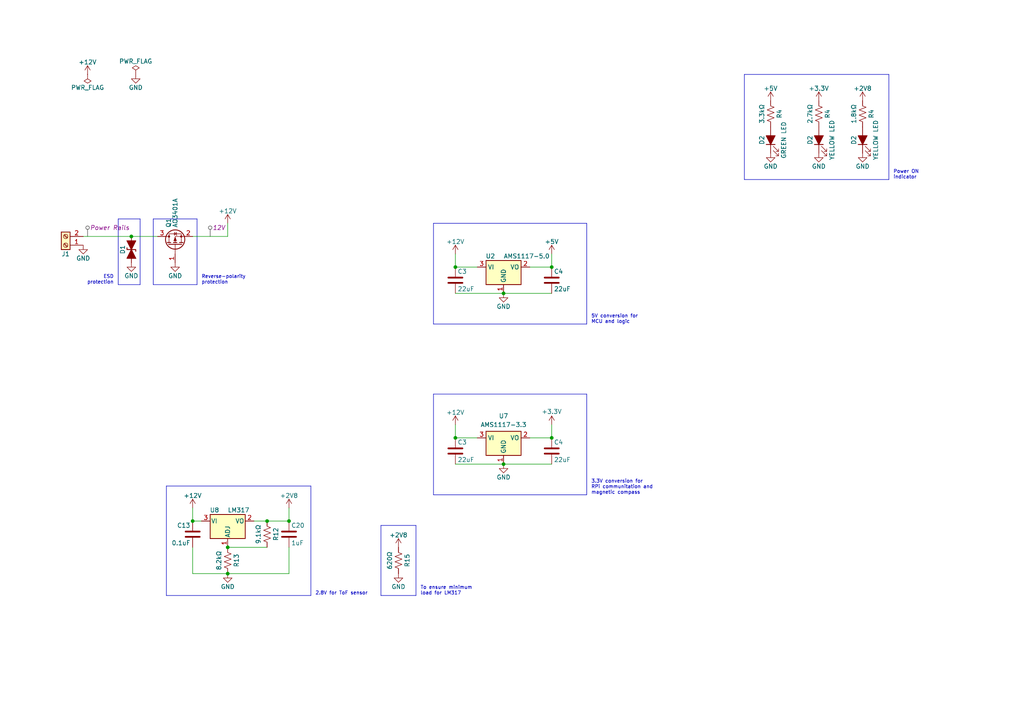
<source format=kicad_sch>
(kicad_sch (version 20230121) (generator eeschema)
  (paper "A4")
  (title_block (title "FooBot-Tests") (date "2023-03-17") (rev "1.0.0") (company "nschoe's labs"))
  (lib_symbols
    (symbol "Connector:Screw_Terminal_01x02" (pin_names (offset 1.016) hide)
      (property "Reference" "J" (at 0 2.54 0))
      (property "Value" "Screw_Terminal_01x02" (at 0 -5.08 0))
      (symbol "Screw_Terminal_01x02_1_1"
        (rectangle (start -1.27 1.27) (end 1.27 -3.81) (stroke (width 0.254)) (fill (type background)))
        (circle (center 0 -2.54) (radius 0.635) (stroke (width 0.1524)))
        (polyline (pts (xy -0.5334 -2.2098) (xy 0.3302 -3.048)) (stroke (width 0.1524)))
        (polyline (pts (xy -0.5334 0.3302) (xy 0.3302 -0.508)) (stroke (width 0.1524)))
        (polyline (pts (xy -0.3556 -2.032) (xy 0.508 -2.8702)) (stroke (width 0.1524)))
        (polyline (pts (xy -0.3556 0.508) (xy 0.508 -0.3302)) (stroke (width 0.1524)))
        (circle (center 0 0) (radius 0.635) (stroke (width 0.1524)))
        (pin passive line (at -5.08 0 0) (length 3.81) (name "Pin_1") (number "1"))
        (pin passive line (at -5.08 -2.54 0) (length 3.81) (name "Pin_2") (number "2"))
      )
    )
    (symbol "Device:C" (pin_numbers hide) (pin_names (offset 0.254))
      (property "Reference" "C" (at 0.635 2.54 0))
      (property "Value" "C" (at 0.635 -2.54 0))
      (symbol "C_0_1"
        (polyline (pts (xy -2.032 -0.762) (xy 2.032 -0.762)) (stroke (width 0.508)))
        (polyline (pts (xy -2.032 0.762) (xy 2.032 0.762)) (stroke (width 0.508)))
      )
      (symbol "C_1_1"
        (pin passive line (at 0 3.81 270) (length 2.794) (name "~") (number "1"))
        (pin passive line (at 0 -3.81 90) (length 2.794) (name "~") (number "2"))
      )
    )
    (symbol "Device:D_TVS_Filled" (pin_numbers hide) (pin_names (offset 1.016) hide)
      (property "Reference" "D" (at 0 2.54 0))
      (property "Value" "D_TVS_Filled" (at 0 -2.54 0))
      (symbol "D_TVS_Filled_0_1"
        (polyline (pts (xy 1.27 0) (xy -1.27 0)))
        (polyline (pts (xy -2.54 -1.27) (xy 0 0) (xy -2.54 1.27) (xy -2.54 -1.27)) (stroke (width 0.254)) (fill (type outline)))
        (polyline (pts (xy 0.508 1.27) (xy 0 1.27) (xy 0 -1.27) (xy -0.508 -1.27)) (stroke (width 0.254)))
        (polyline (pts (xy 2.54 1.27) (xy 2.54 -1.27) (xy 0 0) (xy 2.54 1.27)) (stroke (width 0.254)) (fill (type outline)))
      )
      (symbol "D_TVS_Filled_1_1"
        (pin passive line (at -3.81 0 0) (length 2.54) (name "A1") (number "1"))
        (pin passive line (at 3.81 0 180) (length 2.54) (name "A2") (number "2"))
      )
    )
    (symbol "Device:LED_Filled" (pin_numbers hide) (pin_names (offset 1.016) hide)
      (property "Reference" "D" (at 0 2.54 0))
      (property "Value" "LED_Filled" (at 0 -2.54 0))
      (symbol "LED_Filled_0_1"
        (polyline (pts (xy -1.27 -1.27) (xy -1.27 1.27)) (stroke (width 0.254)))
        (polyline (pts (xy -1.27 0) (xy 1.27 0)))
        (polyline (pts (xy 1.27 -1.27) (xy 1.27 1.27) (xy -1.27 0) (xy 1.27 -1.27)) (stroke (width 0.254)) (fill (type outline)))
        (polyline (pts (xy -3.048 -0.762) (xy -4.572 -2.286) (xy -3.81 -2.286) (xy -4.572 -2.286) (xy -4.572 -1.524)))
        (polyline (pts (xy -1.778 -0.762) (xy -3.302 -2.286) (xy -2.54 -2.286) (xy -3.302 -2.286) (xy -3.302 -1.524)))
      )
      (symbol "LED_Filled_1_1"
        (pin passive line (at -3.81 0 0) (length 2.54) (name "K") (number "1"))
        (pin passive line (at 3.81 0 180) (length 2.54) (name "A") (number "2"))
      )
    )
    (symbol "Device:R_US" (pin_numbers hide) (pin_names (offset 0))
      (property "Reference" "R" (at 2.54 0 90))
      (property "Value" "R_US" (at -2.54 0 90))
      (symbol "R_US_0_1"
        (polyline (pts (xy 0 -2.286) (xy 0 -2.54)))
        (polyline (pts (xy 0 2.286) (xy 0 2.54)))
        (polyline (pts (xy 0 -0.762) (xy 1.016 -1.143) (xy 0 -1.524) (xy -1.016 -1.905) (xy 0 -2.286)))
        (polyline (pts (xy 0 0.762) (xy 1.016 0.381) (xy 0 0) (xy -1.016 -0.381) (xy 0 -0.762)))
        (polyline (pts (xy 0 2.286) (xy 1.016 1.905) (xy 0 1.524) (xy -1.016 1.143) (xy 0 0.762)))
      )
      (symbol "R_US_1_1"
        (pin passive line (at 0 3.81 270) (length 1.27) (name "~") (number "1"))
        (pin passive line (at 0 -3.81 90) (length 1.27) (name "~") (number "2"))
      )
    )
    (symbol "Regulator_Linear:AMS1117-3.3"
      (property "Reference" "U" (at -3.81 3.175 0))
      (property "Value" "AMS1117-3.3" (at 0 3.175 0))
      (symbol "AMS1117-3.3_0_1"
        (rectangle (start -5.08 -5.08) (end 5.08 1.905) (stroke (width 0.254)) (fill (type background)))
      )
      (symbol "AMS1117-3.3_1_1"
        (pin power_in line (at 0 -7.62 90) (length 2.54) (name "GND") (number "1"))
        (pin power_out line (at 7.62 0 180) (length 2.54) (name "VO") (number "2"))
        (pin power_in line (at -7.62 0 0) (length 2.54) (name "VI") (number "3"))
      )
    )
    (symbol "Regulator_Linear:AMS1117-5.0"
      (property "Reference" "U" (at -3.81 3.175 0))
      (property "Value" "AMS1117-5.0" (at 0 3.175 0))
      (symbol "AMS1117-5.0_0_1"
        (rectangle (start -5.08 -5.08) (end 5.08 1.905) (stroke (width 0.254)) (fill (type background)))
      )
      (symbol "AMS1117-5.0_1_1"
        (pin power_in line (at 0 -7.62 90) (length 2.54) (name "GND") (number "1"))
        (pin power_out line (at 7.62 0 180) (length 2.54) (name "VO") (number "2"))
        (pin power_in line (at -7.62 0 0) (length 2.54) (name "VI") (number "3"))
      )
    )
    (symbol "Regulator_Linear:LM317_TO-252" (pin_names (offset 0.254))
      (property "Reference" "U" (at -3.81 3.175 0))
      (property "Value" "LM317_TO-252" (at 0 3.175 0))
      (symbol "LM317_TO-252_0_1"
        (rectangle (start -5.08 1.905) (end 5.08 -5.08) (stroke (width 0.254)) (fill (type background)))
      )
      (symbol "LM317_TO-252_1_1"
        (pin input line (at 0 -7.62 90) (length 2.54) (name "ADJ") (number "1"))
        (pin power_out line (at 7.62 0 180) (length 2.54) (name "VO") (number "2"))
        (pin power_in line (at -7.62 0 0) (length 2.54) (name "VI") (number "3"))
      )
    )
    (symbol "Transistor_FET:AO3401A" (pin_names hide)
      (property "Reference" "Q" (at 5.08 1.905 0))
      (property "Value" "AO3401A" (at 5.08 0 0))
      (symbol "AO3401A_0_1"
        (polyline (pts (xy 0.254 0) (xy -2.54 0)))
        (polyline (pts (xy 0.254 1.905) (xy 0.254 -1.905)) (stroke (width 0.254)))
        (polyline (pts (xy 0.762 -1.27) (xy 0.762 -2.286)) (stroke (width 0.254)))
        (polyline (pts (xy 0.762 0.508) (xy 0.762 -0.508)) (stroke (width 0.254)))
        (polyline (pts (xy 0.762 2.286) (xy 0.762 1.27)) (stroke (width 0.254)))
        (polyline (pts (xy 2.54 2.54) (xy 2.54 1.778)))
        (polyline (pts (xy 2.54 -2.54) (xy 2.54 0) (xy 0.762 0)))
        (polyline (pts (xy 0.762 1.778) (xy 3.302 1.778) (xy 3.302 -1.778) (xy 0.762 -1.778)))
        (polyline (pts (xy 2.286 0) (xy 1.27 0.381) (xy 1.27 -0.381) (xy 2.286 0)) (fill (type outline)))
        (polyline (pts (xy 2.794 -0.508) (xy 2.921 -0.381) (xy 3.683 -0.381) (xy 3.81 -0.254)))
        (polyline (pts (xy 3.302 -0.381) (xy 2.921 0.254) (xy 3.683 0.254) (xy 3.302 -0.381)))
        (circle (center 1.651 0) (radius 2.794) (stroke (width 0.254)))
        (circle (center 2.54 -1.778) (radius 0.254) (fill (type outline)))
        (circle (center 2.54 1.778) (radius 0.254) (fill (type outline)))
      )
      (symbol "AO3401A_1_1"
        (pin input line (at -5.08 0 0) (length 2.54) (name "G") (number "1"))
        (pin passive line (at 2.54 -5.08 90) (length 2.54) (name "S") (number "2"))
        (pin passive line (at 2.54 5.08 270) (length 2.54) (name "D") (number "3"))
      )
    )
    (symbol "power:+12V" (power) (pin_names (offset 0))
      (property "Value" "+12V" (at 0 3.556 0))
      (symbol "+12V_0_1"
        (polyline (pts (xy -0.762 1.27) (xy 0 2.54)))
        (polyline (pts (xy 0 0) (xy 0 2.54)))
        (polyline (pts (xy 0 2.54) (xy 0.762 1.27)))
      )
      (symbol "+12V_1_1"
        (pin power_in line (at 0 0 90) (length 0) hide (name "+12V") (number "1"))
      )
    )
    (symbol "power:+2V8" (power) (pin_names (offset 0))
      (property "Value" "+2V8" (at 0 3.556 0))
      (symbol "+2V8_0_1"
        (polyline (pts (xy -0.762 1.27) (xy 0 2.54)))
        (polyline (pts (xy 0 0) (xy 0 2.54)))
        (polyline (pts (xy 0 2.54) (xy 0.762 1.27)))
      )
      (symbol "+2V8_1_1"
        (pin power_in line (at 0 0 90) (length 0) hide (name "+2V8") (number "1"))
      )
    )
    (symbol "power:+3.3V" (power) (pin_names (offset 0))
      (property "Value" "+3.3V" (at 0 3.556 0))
      (symbol "+3.3V_0_1"
        (polyline (pts (xy -0.762 1.27) (xy 0 2.54)))
        (polyline (pts (xy 0 0) (xy 0 2.54)))
        (polyline (pts (xy 0 2.54) (xy 0.762 1.27)))
      )
      (symbol "+3.3V_1_1"
        (pin power_in line (at 0 0 90) (length 0) hide (name "+3.3V") (number "1"))
      )
    )
    (symbol "power:+5V" (power) (pin_names (offset 0))
      (property "Value" "+5V" (at 0 3.556 0))
      (symbol "+5V_0_1"
        (polyline (pts (xy -0.762 1.27) (xy 0 2.54)))
        (polyline (pts (xy 0 0) (xy 0 2.54)))
        (polyline (pts (xy 0 2.54) (xy 0.762 1.27)))
      )
      (symbol "+5V_1_1"
        (pin power_in line (at 0 0 90) (length 0) hide (name "+5V") (number "1"))
      )
    )
    (symbol "power:GND" (power) (pin_names (offset 0))
      (property "Value" "GND" (at 0 -3.81 0))
      (symbol "GND_0_1"
        (polyline (pts (xy 0 0) (xy 0 -1.27) (xy 1.27 -1.27) (xy 0 -2.54) (xy -1.27 -1.27) (xy 0 -1.27)))
      )
      (symbol "GND_1_1"
        (pin power_in line (at 0 0 270) (length 0) hide (name "GND") (number "1"))
      )
    )
    (symbol "power:PWR_FLAG" (power) (pin_numbers hide) (pin_names (offset 0) hide)
      (property "Value" "PWR_FLAG" (at 0 3.81 0))
      (symbol "PWR_FLAG_0_0"
        (pin power_out line (at 0 0 90) (length 0) (name "pwr") (number "1"))
      )
      (symbol "PWR_FLAG_0_1"
        (polyline (pts (xy 0 0) (xy 0 1.27) (xy -1.016 1.905) (xy 0 2.54) (xy 1.016 1.905) (xy 0 1.27)))
      )
    )
  )
  (junction (at 66.04 166.37))
  (junction (at 160.02 77.47))
  (junction (at 146.05 134.62))
  (junction (at 66.04 158.75))
  (junction (at 38.1 68.58))
  (junction (at 160.02 127))
  (junction (at 55.88 151.13))
  (junction (at 146.05 85.09))
  (junction (at 132.08 77.47))
  (junction (at 83.82 151.13))
  (junction (at 77.47 151.13))
  (junction (at 132.08 127))
  (polyline (pts (xy 125.73 93.98) (xy 125.73 64.77)))
  (polyline (pts (xy 40.64 63.5) (xy 40.64 82.55)))
  (polyline (pts (xy 90.17 172.72) (xy 48.26 172.72)))
  (polyline (pts (xy 34.29 82.55) (xy 34.29 63.5)))
  (wire (pts (xy 132.08 127) (xy 138.43 127)))
  (polyline (pts (xy 120.65 152.4) (xy 120.65 172.72)))
  (polyline (pts (xy 110.49 172.72) (xy 110.49 152.4)))
  (wire (pts (xy 160.02 123.19) (xy 160.02 127)))
  (polyline (pts (xy 48.26 140.97) (xy 90.17 140.97)))
  (wire (pts (xy 55.88 151.13) (xy 58.42 151.13)))
  (wire (pts (xy 160.02 73.66) (xy 160.02 77.47)))
  (wire (pts (xy 55.88 68.58) (xy 66.04 68.58)))
  (polyline (pts (xy 44.45 82.55) (xy 44.45 63.5)))
  (polyline (pts (xy 110.49 152.4) (xy 120.65 152.4)))
  (wire (pts (xy 73.66 151.13) (xy 77.47 151.13)))
  (wire (pts (xy 38.1 68.58) (xy 45.72 68.58)))
  (polyline (pts (xy 120.65 172.72) (xy 110.49 172.72)))
  (wire (pts (xy 132.08 85.09) (xy 146.05 85.09)))
  (wire (pts (xy 132.08 134.62) (xy 146.05 134.62)))
  (wire (pts (xy 132.08 77.47) (xy 138.43 77.47)))
  (wire (pts (xy 55.88 147.32) (xy 55.88 151.13)))
  (wire (pts (xy 55.88 166.37) (xy 66.04 166.37)))
  (polyline (pts (xy 44.45 63.5) (xy 57.15 63.5)))
  (polyline (pts (xy 257.81 21.59) (xy 257.81 52.07)))
  (wire (pts (xy 83.82 147.32) (xy 83.82 151.13)))
  (polyline (pts (xy 170.18 143.51) (xy 125.73 143.51)))
  (wire (pts (xy 83.82 166.37) (xy 83.82 158.75)))
  (wire (pts (xy 66.04 166.37) (xy 83.82 166.37)))
  (wire (pts (xy 24.13 68.58) (xy 38.1 68.58)))
  (polyline (pts (xy 257.81 52.07) (xy 215.9 52.07)))
  (polyline (pts (xy 215.9 21.59) (xy 257.81 21.59)))
  (wire (pts (xy 146.05 85.09) (xy 160.02 85.09)))
  (polyline (pts (xy 170.18 114.3) (xy 170.18 143.51)))
  (wire (pts (xy 153.67 127) (xy 160.02 127)))
  (polyline (pts (xy 170.18 64.77) (xy 170.18 93.98)))
  (polyline (pts (xy 57.15 82.55) (xy 44.45 82.55)))
  (polyline (pts (xy 125.73 143.51) (xy 125.73 114.3)))
  (wire (pts (xy 146.05 134.62) (xy 160.02 134.62)))
  (wire (pts (xy 153.67 77.47) (xy 160.02 77.47)))
  (polyline (pts (xy 40.64 82.55) (xy 34.29 82.55)))
  (polyline (pts (xy 125.73 114.3) (xy 170.18 114.3)))
  (polyline (pts (xy 125.73 64.77) (xy 170.18 64.77)))
  (polyline (pts (xy 90.17 140.97) (xy 90.17 172.72)))
  (wire (pts (xy 77.47 151.13) (xy 83.82 151.13)))
  (wire (pts (xy 132.08 73.66) (xy 132.08 77.47)))
  (polyline (pts (xy 170.18 93.98) (xy 125.73 93.98)))
  (polyline (pts (xy 48.26 172.72) (xy 48.26 140.97)))
  (wire (pts (xy 66.04 64.77) (xy 66.04 68.58)))
  (wire (pts (xy 132.08 123.19) (xy 132.08 127)))
  (polyline (pts (xy 215.9 52.07) (xy 215.9 21.59)))
  (polyline (pts (xy 57.15 63.5) (xy 57.15 82.55)))
  (wire (pts (xy 66.04 158.75) (xy 77.47 158.75)))
  (wire (pts (xy 55.88 158.75) (xy 55.88 166.37)))
  (polyline (pts (xy 34.29 63.5) (xy 40.64 63.5)))
  (text "3.3V conversion for\nRPi communitation and\nmagnetic compass" (at 171.45 143.51 0) (effects (font (size 1 1)) (justify left bottom)))
  (text "To ensure minimum\nload for LM317" (at 121.92 172.72 0) (effects (font (size 1 1)) (justify left bottom)))
  (text "2.8V for ToF sensor" (at 91.44 172.72 0) (effects (font (size 1 1)) (justify left bottom)))
  (text "ESD\nprotection" (at 33.02 82.55 0) (effects (font (size 1 1)) (justify right bottom)))
  (text "Power ON\nindicator" (at 259.08 52.07 0) (effects (font (size 1 1)) (justify left bottom)))
  (text "5V conversion for\nMCU and logic" (at 171.45 93.98 0) (effects (font (size 1 1)) (justify left bottom)))
  (text "Reverse-polarity\nprotection" (at 58.42 82.55 0) (effects (font (size 1 1)) (justify left bottom)))
  (netclass_flag "" (length 2.54) (shape round) (at 60.96 68.58 0) (property "Netclass" "12V" (at 61.6585 66.04 0) (effects (font italic) (justify left))))
  (netclass_flag "" (length 2.54) (shape round) (at 25.4 68.58 0) (property "Netclass" "Power Rails" (at 26.0985 66.04 0) (effects (font italic) (justify left))))
  (symbol (lib_id "Device:C") (at 132.08 81.28 0) (unit 1)
    (property "Reference" "C3" (at 132.715 78.74 0) (effects (justify left)))
    (property "Value" "22uF" (at 132.715 83.82 0) (effects (justify left)))
    (property "Footprint" "Capacitor_SMD:C_0805_2012Metric" (effects hide))
    (property "Datasheet" "https://datasheet.lcsc.com/lcsc/1811151152_Samsung-Electro-Mechanics-CL21A226MAQNNNE_C45783.pdf" (effects hide))
    (property "LCSC Part" "C45783" (effects hide))
    (property "MPN" "CL21A226MAQNNNE" (effects hide))
    (instances (project "FooBot-Test" (path "" (reference "C3") (unit 1)) (path "" (reference "C5") (unit 1))))
  )
  (symbol (lib_id "power:GND") (at 38.1 76.2 0) (unit 1)
    (property "Reference" "#PWR09" (effects hide))
    (property "Value" "GND" (at 38.1 80.01 0))
    (instances (project "FooBot-Test" (path "" (reference "#PWR09") (unit 1)) (path "" (reference "#PWR020") (unit 1))))
  )
  (symbol (lib_id "Transistor_FET:AO3401A") (at 50.8 71.12 90) (unit 1)
    (property "Reference" "Q1" (at 48.895 66.04 0) (effects (justify left)))
    (property "Value" "AO3401A" (at 50.8 66.04 0) (effects (justify left)))
    (property "Footprint" "Package_TO_SOT_SMD:SOT-23" (effects hide))
    (property "Datasheet" "http://www.aosmd.com/pdfs/datasheet/AO3401A.pdf" (effects hide))
    (property "LCSC Part" "C15127" (effects hide))
    (property "MPN" "AO3401A" (effects hide))
    (instances (project "FooBot-Test" (path "" (reference "Q1") (unit 1)) (path "" (reference "Q2") (unit 1))))
  )
  (symbol (lib_id "Device:LED_Filled") (at 237.49 40.64 90) (unit 1)
    (property "Reference" "D2" (at 234.95 40.64 0))
    (property "Value" "YELLOW LED" (at 241.3 40.64 0))
    (property "Footprint" "LED_SMD:LED_0603_1608Metric" (effects hide))
    (property "Datasheet" "https://datasheet.lcsc.com/lcsc/1810101813_Everlight-Elec-19-213-Y2C-CQ2R2L-3T-CY_C72038.pdf" (effects hide))
    (property "LCSC Part" "C72038" (effects hide))
    (property "MPN" "19-213/Y2C-CQ2R2L/3T(CY)" (effects hide))
    (instances (project "FooBot-Test" (path "" (reference "D2") (unit 1)) (path "" (reference "D1") (unit 1))))
  )
  (symbol (lib_id "Device:C") (at 83.82 154.94 0) (unit 1)
    (property "Reference" "C20" (at 84.455 152.4 0) (effects (justify left)))
    (property "Value" "1uF" (at 84.455 157.48 0) (effects (justify left)))
    (property "Footprint" "Capacitor_SMD:C_0603_1608Metric" (effects hide))
    (property "Datasheet" "https://datasheet.lcsc.com/lcsc/1810261812_Samsung-Electro-Mechanics-CL10A105KB8NNNC_C15849.pdf" (effects hide))
    (property "LCSC Part" "C15849" (effects hide))
    (property "MPN" "CL10A105KB8NNNC" (effects hide))
  )
  (symbol (lib_id "Regulator_Linear:LM317_TO-252") (at 66.04 151.13 0) (unit 1)
    (property "Reference" "U8" (at 62.23 147.955 0))
    (property "Value" "LM317" (at 66.04 147.955 0) (effects (justify left)))
    (property "Footprint" "Package_TO_SOT_SMD:TO-252-2" (effects hide))
    (property "Datasheet" "http://www.ti.com/lit/ds/snvs774n/snvs774n.pdf" (effects hide))
    (property "LCSC Part" "C75510" (effects hide))
    (property "MPN" "LM317AG-TN3-R" (effects hide))
  )
  (symbol (lib_id "power:+3.3V") (at 237.49 29.21 0) (unit 1)
    (property "Reference" "#PWR047" (effects hide))
    (property "Value" "+3.3V" (at 237.49 25.654 0))
  )
  (symbol (lib_id "power:+5V") (at 160.02 73.66 0) (unit 1)
    (property "Reference" "#PWR015" (effects hide))
    (property "Value" "+5V" (at 160.02 70.104 0))
    (instances (project "FooBot-Test" (path "" (reference "#PWR015") (unit 1)) (path "" (reference "#PWR026") (unit 1))))
  )
  (symbol (lib_id "Device:C") (at 160.02 81.28 0) (unit 1)
    (property "Reference" "C4" (at 160.655 78.74 0) (effects (justify left)))
    (property "Value" "22uF" (at 160.655 83.82 0) (effects (justify left)))
    (property "Footprint" "Capacitor_SMD:C_0805_2012Metric" (effects hide))
    (property "Datasheet" "https://datasheet.lcsc.com/lcsc/1811151152_Samsung-Electro-Mechanics-CL21A226MAQNNNE_C45783.pdf" (effects hide))
    (property "LCSC Part" "C45783" (effects hide))
    (property "MPN" "CL21A226MAQNNNE" (effects hide))
    (instances (project "FooBot-Test" (path "" (reference "C4") (unit 1)) (path "" (reference "C6") (unit 1))))
  )
  (symbol (lib_id "power:GND") (at 146.05 134.62 0) (unit 1)
    (property "Reference" "#PWR013" (effects hide))
    (property "Value" "GND" (at 146.05 138.43 0))
    (instances (project "FooBot-Test" (path "" (reference "#PWR013") (unit 1)) (path "" (reference "#PWR046") (unit 1))))
  )
  (symbol (lib_id "power:+2V8") (at 250.19 29.21 0) (unit 1)
    (property "Reference" "#PWR065" (effects hide))
    (property "Value" "+2V8" (at 250.19 25.654 0))
  )
  (symbol (lib_id "Device:C") (at 160.02 130.81 0) (unit 1)
    (property "Reference" "C4" (at 160.655 128.27 0) (effects (justify left)))
    (property "Value" "22uF" (at 160.655 133.35 0) (effects (justify left)))
    (property "Footprint" "Capacitor_SMD:C_0805_2012Metric" (effects hide))
    (property "Datasheet" "https://datasheet.lcsc.com/lcsc/1811151152_Samsung-Electro-Mechanics-CL21A226MAQNNNE_C45783.pdf" (effects hide))
    (property "LCSC Part" "C45783" (effects hide))
    (property "MPN" "CL21A226MAQNNNE" (effects hide))
    (instances (project "FooBot-Test" (path "" (reference "C4") (unit 1)) (path "" (reference "C16") (unit 1))))
  )
  (symbol (lib_id "Device:R_US") (at 237.49 33.02 0) (unit 1)
    (property "Reference" "R4" (at 240.03 33.02 90))
    (property "Value" "2.7kΩ" (at 234.95 33.02 90))
    (property "Footprint" "Resistor_SMD:R_0603_1608Metric" (effects hide))
    (property "Datasheet" "https://datasheet.lcsc.com/lcsc/2206010216_UNI-ROYAL-Uniroyal-Elec-0603WAF2701T5E_C13167.pdf" (effects hide))
    (property "LCSC Part" "C13167" (effects hide))
    (property "MPN" "0603WAF2701T5E" (effects hide))
    (instances (project "FooBot-Test" (path "" (reference "R4") (unit 1)) (path "" (reference "R9") (unit 1))))
  )
  (symbol (lib_id "Connector:Screw_Terminal_01x02") (at 19.05 71.12 180) (unit 1)
    (property "Reference" "J1" (at 19.05 73.66 0))
    (property "Value" "Screw_Terminal_01x02" (effects hide))
    (property "Footprint" "TerminalBlock_Phoenix:TerminalBlock_Phoenix_MKDS-1,5-2-5.08_1x02_P5.08mm_Horizontal" (effects hide))
    (property "Datasheet" "https://docs.rs-online.com/17c8/0900766b8138d51e.pdf" (effects hide))
    (property "LCSC Part" "C91153" (effects hide))
    (property "MPN" "1729128" (effects hide))
    (instances (project "FooBot-Test" (path "" (reference "J1") (unit 1)) (path "" (reference "J2") (unit 1))))
  )
  (symbol (lib_id "power:PWR_FLAG") (at 39.37 21.59 0) (unit 1)
    (property "Reference" "#FLG02" (effects hide))
    (property "Value" "PWR_FLAG" (at 39.37 17.78 0))
    (instances (project "FooBot-Test" (path "" (reference "#FLG02") (unit 1)) (path "" (reference "#FLG04") (unit 1))))
  )
  (symbol (lib_id "Device:LED_Filled") (at 250.19 40.64 90) (unit 1)
    (property "Reference" "D2" (at 247.65 40.64 0))
    (property "Value" "YELLOW LED" (at 254 40.64 0))
    (property "Footprint" "LED_SMD:LED_0603_1608Metric" (effects hide))
    (property "Datasheet" "https://datasheet.lcsc.com/lcsc/1810101813_Everlight-Elec-19-213-Y2C-CQ2R2L-3T-CY_C72038.pdf" (effects hide))
    (property "LCSC Part" "C72038" (effects hide))
    (property "MPN" "19-213/Y2C-CQ2R2L/3T(CY)" (effects hide))
    (instances (project "FooBot-Test" (path "" (reference "D2") (unit 1)) (path "" (reference "D5") (unit 1))))
  )
  (symbol (lib_id "Regulator_Linear:AMS1117-3.3") (at 146.05 127 0) (unit 1)
    (property "Reference" "U7" (at 146.05 120.65 0))
    (property "Value" "AMS1117-3.3" (at 146.05 123.19 0))
    (property "Footprint" "Package_TO_SOT_SMD:SOT-223-3_TabPin2" (effects hide))
    (property "Datasheet" "http://www.advanced-monolithic.com/pdf/ds1117.pdf" (effects hide))
  )
  (symbol (lib_id "Device:C") (at 55.88 154.94 0) (mirror y) (unit 1)
    (property "Reference" "C13" (at 55.245 152.4 0) (effects (justify left)))
    (property "Value" "0.1uF" (at 55.245 157.48 0) (effects (justify left)))
    (property "Footprint" "Capacitor_SMD:C_0402_1005Metric" (effects hide))
    (property "Datasheet" "https://datasheet.lcsc.com/lcsc/1810191222_Samsung-Electro-Mechanics-CL05B104KB54PNC_C307331.pdf" (effects hide))
    (property "LCSC Part" "C307331" (effects hide))
    (property "MPN" "CL05B104KB54PNC" (effects hide))
    (instances (project "FooBot-Test" (path "" (reference "C13") (unit 1)) (path "" (reference "C19") (unit 1))))
  )
  (symbol (lib_id "Device:R_US") (at 66.04 162.56 0) (unit 1)
    (property "Reference" "R13" (at 68.58 162.56 90))
    (property "Value" "8.2kΩ" (at 63.5 162.56 90))
    (property "Footprint" "Resistor_SMD:R_0603_1608Metric" (effects hide))
    (property "Datasheet" "https://datasheet.lcsc.com/lcsc/2206010045_UNI-ROYAL-Uniroyal-Elec-0603WAF8201T5E_C25981.pdf" (effects hide))
    (property "LCSC Part" "C25981" (effects hide))
    (property "MPN" "0603WAF8201T5E" (effects hide))
  )
  (symbol (lib_id "power:+2V8") (at 83.82 147.32 0) (unit 1)
    (property "Reference" "#PWR063" (effects hide))
    (property "Value" "+2V8" (at 83.82 143.764 0))
  )
  (symbol (lib_id "power:GND") (at 24.13 71.12 0) (unit 1)
    (property "Reference" "#PWR07" (effects hide))
    (property "Value" "GND" (at 24.13 74.93 0))
    (instances (project "FooBot-Test" (path "" (reference "#PWR07") (unit 1)) (path "" (reference "#PWR018") (unit 1))))
  )
  (symbol (lib_id "power:+12V") (at 55.88 147.32 0) (unit 1)
    (property "Reference" "#PWR059" (effects hide))
    (property "Value" "+12V" (at 55.88 143.764 0))
  )
  (symbol (lib_id "power:GND") (at 146.05 85.09 0) (unit 1)
    (property "Reference" "#PWR013" (effects hide))
    (property "Value" "GND" (at 146.05 88.9 0))
    (instances (project "FooBot-Test" (path "" (reference "#PWR013") (unit 1)) (path "" (reference "#PWR025") (unit 1))))
  )
  (symbol (lib_id "Device:LED_Filled") (at 223.52 40.64 90) (unit 1)
    (property "Reference" "D2" (at 220.98 40.64 0))
    (property "Value" "GREEN LED" (at 227.33 40.64 0))
    (property "Footprint" "LED_SMD:LED_0603_1608Metric" (effects hide))
    (property "Datasheet" "https://datasheet.lcsc.com/lcsc/1811101510_Everlight-Elec-19-217-GHC-YR1S2-3T_C72043.pdf" (effects hide))
    (property "LCSC Part" "C72043" (effects hide))
    (property "MPN" "19-217/GHC-YR1S2/3T" (effects hide))
    (instances (project "FooBot-Test" (path "" (reference "D2") (unit 1)) (path "" (reference "D4") (unit 1))))
  )
  (symbol (lib_id "power:+5V") (at 223.52 29.21 0) (unit 1)
    (property "Reference" "#PWR016" (effects hide))
    (property "Value" "+5V" (at 223.52 25.654 0))
    (instances (project "FooBot-Test" (path "" (reference "#PWR016") (unit 1)) (path "" (reference "#PWR027") (unit 1))))
  )
  (symbol (lib_id "power:GND") (at 250.19 44.45 0) (unit 1)
    (property "Reference" "#PWR017" (effects hide))
    (property "Value" "GND" (at 250.19 48.26 0))
    (instances (project "FooBot-Test" (path "" (reference "#PWR017") (unit 1)) (path "" (reference "#PWR064") (unit 1))))
  )
  (symbol (lib_id "Regulator_Linear:AMS1117-5.0") (at 146.05 77.47 0) (unit 1)
    (property "Reference" "U2" (at 142.24 74.295 0))
    (property "Value" "AMS1117-5.0" (at 146.05 74.295 0) (effects (justify left)))
    (property "Footprint" "Package_TO_SOT_SMD:SOT-223-3_TabPin2" (effects hide))
    (property "Datasheet" "http://www.advanced-monolithic.com/pdf/ds1117.pdf" (effects hide))
    (property "LCSC Part" "C6187" (effects hide))
    (property "MPN" "AMS1117-5.0" (effects hide))
    (instances (project "FooBot-Test" (path "" (reference "U2") (unit 1)) (path "" (reference "U3") (unit 1))))
  )
  (symbol (lib_id "power:+2V8") (at 115.57 158.75 0) (unit 1)
    (property "Reference" "#PWR067" (effects hide))
    (property "Value" "+2V8" (at 115.57 155.194 0))
  )
  (symbol (lib_id "power:GND") (at 237.49 44.45 0) (unit 1)
    (property "Reference" "#PWR017" (effects hide))
    (property "Value" "GND" (at 237.49 48.26 0))
    (instances (project "FooBot-Test" (path "" (reference "#PWR017") (unit 1)) (path "" (reference "#PWR048") (unit 1))))
  )
  (symbol (lib_id "power:GND") (at 223.52 44.45 0) (unit 1)
    (property "Reference" "#PWR017" (effects hide))
    (property "Value" "GND" (at 223.52 48.26 0))
    (instances (project "FooBot-Test" (path "" (reference "#PWR017") (unit 1)) (path "" (reference "#PWR028") (unit 1))))
  )
  (symbol (lib_id "power:GND") (at 66.04 166.37 0) (unit 1)
    (property "Reference" "#PWR066" (effects hide))
    (property "Value" "GND" (at 66.04 170.18 0))
  )
  (symbol (lib_id "power:+12V") (at 132.08 73.66 0) (unit 1)
    (property "Reference" "#PWR014" (effects hide))
    (property "Value" "+12V" (at 132.08 70.104 0))
    (instances (project "FooBot-Test" (path "" (reference "#PWR014") (unit 1)) (path "" (reference "#PWR024") (unit 1))))
  )
  (symbol (lib_id "Device:R_US") (at 250.19 33.02 0) (unit 1)
    (property "Reference" "R4" (at 252.73 33.02 90))
    (property "Value" "1.8kΩ" (at 247.65 33.02 90))
    (property "Footprint" "Resistor_SMD:R_0603_1608Metric" (effects hide))
    (property "Datasheet" "https://datasheet.lcsc.com/lcsc/2206010230_UNI-ROYAL-Uniroyal-Elec-0603WAF1801T5E_C4177.pdf" (effects hide))
    (property "LCSC Part" "C4177" (effects hide))
    (property "MPN" "0603WAF1801T5E" (effects hide))
    (instances (project "FooBot-Test" (path "" (reference "R4") (unit 1)) (path "" (reference "R14") (unit 1))))
  )
  (symbol (lib_id "power:+12V") (at 132.08 123.19 0) (unit 1)
    (property "Reference" "#PWR014" (effects hide))
    (property "Value" "+12V" (at 132.08 119.634 0))
    (instances (project "FooBot-Test" (path "" (reference "#PWR014") (unit 1)) (path "" (reference "#PWR045") (unit 1))))
  )
  (symbol (lib_id "power:GND") (at 115.57 166.37 0) (unit 1)
    (property "Reference" "#PWR068" (effects hide))
    (property "Value" "GND" (at 115.57 170.18 0))
  )
  (symbol (lib_id "power:GND") (at 50.8 76.2 0) (unit 1)
    (property "Reference" "#PWR08" (effects hide))
    (property "Value" "GND" (at 50.8 80.01 0))
    (instances (project "FooBot-Test" (path "" (reference "#PWR08") (unit 1)) (path "" (reference "#PWR022") (unit 1))))
  )
  (symbol (lib_id "power:+3.3V") (at 160.02 123.19 0) (unit 1)
    (property "Reference" "#PWR052" (effects hide))
    (property "Value" "+3.3V" (at 160.02 119.38 0))
  )
  (symbol (lib_id "power:+12V") (at 25.4 21.59 0) (unit 1)
    (property "Reference" "#PWR011" (effects hide))
    (property "Value" "+12V" (at 25.4 18.034 0))
    (instances (project "FooBot-Test" (path "" (reference "#PWR011") (unit 1)) (path "" (reference "#PWR019") (unit 1))))
  )
  (symbol (lib_id "Device:R_US") (at 115.57 162.56 0) (unit 1)
    (property "Reference" "R15" (at 118.11 162.56 90))
    (property "Value" "620Ω" (at 113.03 162.56 90))
    (property "Footprint" "Resistor_SMD:R_0603_1608Metric" (effects hide))
    (property "Datasheet" "https://datasheet.lcsc.com/lcsc/2206010116_UNI-ROYAL-Uniroyal-Elec-0603WAF6200T5E_C23220.pdf" (effects hide))
    (property "LCSC Part" "C23220" (effects hide))
    (property "MPN" "0603WAF6200T5E" (effects hide))
  )
  (symbol (lib_id "Device:R_US") (at 77.47 154.94 0) (unit 1)
    (property "Reference" "R12" (at 80.01 154.94 90))
    (property "Value" "9.1kΩ" (at 74.93 154.94 90))
    (property "Footprint" "Resistor_SMD:R_0603_1608Metric" (effects hide))
    (property "Datasheet" "https://datasheet.lcsc.com/lcsc/2206010100_UNI-ROYAL-Uniroyal-Elec-0603WAF9101T5E_C23260.pdf" (effects hide))
    (property "LCSC Part" "C23260" (effects hide))
    (property "MPN" "0603WAF9101T5E" (effects hide))
  )
  (symbol (lib_id "power:+12V") (at 66.04 64.77 0) (unit 1)
    (property "Reference" "#PWR010" (effects hide))
    (property "Value" "+12V" (at 66.04 61.214 0))
    (instances (project "FooBot-Test" (path "" (reference "#PWR010") (unit 1)) (path "" (reference "#PWR023") (unit 1))))
  )
  (symbol (lib_id "Device:D_TVS_Filled") (at 38.1 72.39 90) (unit 1)
    (property "Reference" "D1" (at 35.56 72.39 0))
    (property "Value" "D_TVS_Filled" (effects hide))
    (property "Footprint" "Diode_SMD:D_SMB" (effects hide))
    (property "Datasheet" "https://datasheet.lcsc.com/lcsc/2201121330_Liown-SMBJ30CA_C2925441.pdf" (effects hide))
    (property "LCSC Part" "C2925441" (effects hide))
    (property "MPN" "SMBJ30CA" (effects hide))
    (instances (project "FooBot-Test" (path "" (reference "D1") (unit 1)) (path "" (reference "D3") (unit 1))))
  )
  (symbol (lib_id "Device:R_US") (at 223.52 33.02 0) (unit 1)
    (property "Reference" "R4" (at 226.06 33.02 90))
    (property "Value" "3.3kΩ" (at 220.98 33.02 90))
    (property "Footprint" "Resistor_SMD:R_0603_1608Metric" (effects hide))
    (property "Datasheet" "https://datasheet.lcsc.com/lcsc/2206010116_UNI-ROYAL-Uniroyal-Elec-0603WAF3301T5E_C22978.pdf" (effects hide))
    (property "LCSC Part" "C22978" (effects hide))
    (property "MPN" "0603WAF3301T5E" (effects hide))
    (instances (project "FooBot-Test" (path "" (reference "R4") (unit 1)) (path "" (reference "R5") (unit 1))))
  )
  (symbol (lib_id "power:PWR_FLAG") (at 25.4 21.59 180) (unit 1)
    (property "Reference" "#FLG01" (effects hide))
    (property "Value" "PWR_FLAG" (at 25.4 25.4 0))
    (instances (project "FooBot-Test" (path "" (reference "#FLG01") (unit 1)) (path "" (reference "#FLG03") (unit 1))))
  )
  (symbol (lib_id "Device:C") (at 132.08 130.81 0) (unit 1)
    (property "Reference" "C3" (at 132.715 128.27 0) (effects (justify left)))
    (property "Value" "22uF" (at 132.715 133.35 0) (effects (justify left)))
    (property "Footprint" "Capacitor_SMD:C_0805_2012Metric" (effects hide))
    (property "Datasheet" "https://datasheet.lcsc.com/lcsc/1811151152_Samsung-Electro-Mechanics-CL21A226MAQNNNE_C45783.pdf" (effects hide))
    (property "LCSC Part" "C45783" (effects hide))
    (property "MPN" "CL21A226MAQNNNE" (effects hide))
    (instances (project "FooBot-Test" (path "" (reference "C3") (unit 1)) (path "" (reference "C15") (unit 1))))
  )
  (symbol (lib_id "power:GND") (at 39.37 21.59 0) (unit 1)
    (property "Reference" "#PWR012" (effects hide))
    (property "Value" "GND" (at 39.37 25.4 0))
    (instances (project "FooBot-Test" (path "" (reference "#PWR012") (unit 1)) (path "" (reference "#PWR021") (unit 1))))
  )
)
</source>
